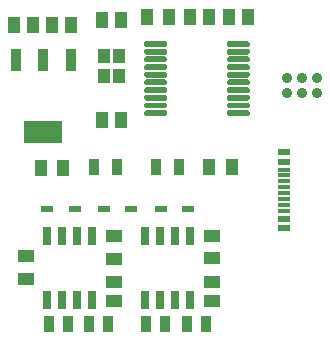
<source format=gbr>
%TF.GenerationSoftware,KiCad,Pcbnew,(5.1.12-1-g0a0a2da680)-1*%
%TF.CreationDate,2023-03-21T19:15:16+01:00*%
%TF.ProjectId,ThermoDeviceLogger,54686572-6d6f-4446-9576-6963654c6f67,rev?*%
%TF.SameCoordinates,Original*%
%TF.FileFunction,Paste,Top*%
%TF.FilePolarity,Positive*%
%FSLAX46Y46*%
G04 Gerber Fmt 4.6, Leading zero omitted, Abs format (unit mm)*
G04 Created by KiCad (PCBNEW (5.1.12-1-g0a0a2da680)-1) date 2023-03-21 19:15:16*
%MOMM*%
%LPD*%
G01*
G04 APERTURE LIST*
%ADD10R,1.100000X0.300000*%
%ADD11R,1.100000X0.600000*%
%ADD12R,1.020000X1.470000*%
%ADD13R,1.470000X1.020000*%
%ADD14R,1.075000X0.500000*%
%ADD15R,0.960000X1.390000*%
%ADD16R,3.200000X1.950000*%
%ADD17R,0.900000X1.950000*%
%ADD18R,0.650000X1.525000*%
%ADD19C,0.889000*%
%ADD20R,0.900000X1.400000*%
%ADD21R,1.000000X1.450000*%
%ADD22R,1.450000X1.000000*%
%ADD23R,1.000000X1.200000*%
G04 APERTURE END LIST*
D10*
%TO.C,USB-C*%
X117600000Y-70950000D03*
X117600000Y-69950000D03*
X117600000Y-68450000D03*
X117600000Y-67450000D03*
D11*
X117600000Y-66000000D03*
X117600000Y-66800000D03*
D10*
X117600000Y-67950000D03*
X117600000Y-68950000D03*
X117600000Y-69450000D03*
X117600000Y-70450000D03*
D11*
X117600000Y-71600000D03*
X117600000Y-72400000D03*
%TD*%
D12*
%TO.C,C1*%
X98000000Y-55250000D03*
X99600000Y-55250000D03*
%TD*%
%TO.C,C2*%
X96350000Y-55250000D03*
X94750000Y-55250000D03*
%TD*%
%TO.C,C3*%
X109700000Y-54500000D03*
X111300000Y-54500000D03*
%TD*%
%TO.C,C4*%
X114550000Y-54500000D03*
X112950000Y-54500000D03*
%TD*%
%TO.C,C5*%
X102200000Y-54750000D03*
X103800000Y-54750000D03*
%TD*%
%TO.C,C6*%
X103800000Y-63250000D03*
X102200000Y-63250000D03*
%TD*%
D13*
%TO.C,C7*%
X103250000Y-78600000D03*
X103250000Y-77000000D03*
%TD*%
%TO.C,C8*%
X111500000Y-78550000D03*
X111500000Y-76950000D03*
%TD*%
D14*
%TO.C,D1*%
X99912000Y-70750000D03*
X97588000Y-70750000D03*
%TD*%
%TO.C,D2*%
X109500000Y-70750000D03*
X107176000Y-70750000D03*
%TD*%
%TO.C,D3*%
X102382000Y-70750000D03*
X104706000Y-70750000D03*
%TD*%
D15*
%TO.C,FB1*%
X109380000Y-80500000D03*
X111000000Y-80500000D03*
%TD*%
%TO.C,FB2*%
X105940000Y-80500000D03*
X107560000Y-80500000D03*
%TD*%
D16*
%TO.C,IC1*%
X97250000Y-64300000D03*
D17*
X94950000Y-58200000D03*
X97250000Y-58200000D03*
X99550000Y-58200000D03*
%TD*%
D18*
%TO.C,IC2*%
X97595000Y-73038000D03*
X98865000Y-73038000D03*
X100135000Y-73038000D03*
X101405000Y-73038000D03*
X101405000Y-78462000D03*
X100135000Y-78462000D03*
X98865000Y-78462000D03*
X97595000Y-78462000D03*
%TD*%
%TO.C,IC3*%
X105845000Y-73038000D03*
X107115000Y-73038000D03*
X108385000Y-73038000D03*
X109655000Y-73038000D03*
X109655000Y-78462000D03*
X108385000Y-78462000D03*
X107115000Y-78462000D03*
X105845000Y-78462000D03*
%TD*%
D19*
%TO.C,ICSP*%
X117860000Y-60970000D03*
X117860000Y-59700000D03*
X119130000Y-60970000D03*
X119130000Y-59700000D03*
X120400000Y-60970000D03*
X120400000Y-59700000D03*
%TD*%
D20*
%TO.C,LED1*%
X101550000Y-67250000D03*
X103450000Y-67250000D03*
%TD*%
%TO.C,LED2*%
X108700000Y-67250000D03*
X106800000Y-67250000D03*
%TD*%
D15*
%TO.C,LFB1*%
X101130000Y-80500000D03*
X102750000Y-80500000D03*
%TD*%
%TO.C,LFB2*%
X97690000Y-80500000D03*
X99310000Y-80500000D03*
%TD*%
D21*
%TO.C,R1*%
X106000000Y-54500000D03*
X107900000Y-54500000D03*
%TD*%
%TO.C,R2*%
X97050000Y-67290000D03*
X98950000Y-67290000D03*
%TD*%
%TO.C,R3*%
X111300000Y-67250000D03*
X113200000Y-67250000D03*
%TD*%
D22*
%TO.C,R4*%
X111500000Y-73050000D03*
X111500000Y-74950000D03*
%TD*%
%TO.C,R5*%
X95750000Y-74800000D03*
X95750000Y-76700000D03*
%TD*%
%TO.C,R6*%
X103250000Y-73100000D03*
X103250000Y-75000000D03*
%TD*%
D23*
%TO.C,Y1*%
X103650000Y-57800000D03*
X103650000Y-59500000D03*
X102350000Y-59500000D03*
X102350000Y-57800000D03*
%TD*%
%TO.C,U1*%
G36*
G01*
X112800000Y-56950000D02*
X112800000Y-56700000D01*
G75*
G02*
X112925000Y-56575000I125000J0D01*
G01*
X114575000Y-56575000D01*
G75*
G02*
X114700000Y-56700000I0J-125000D01*
G01*
X114700000Y-56950000D01*
G75*
G02*
X114575000Y-57075000I-125000J0D01*
G01*
X112925000Y-57075000D01*
G75*
G02*
X112800000Y-56950000I0J125000D01*
G01*
G37*
G36*
G01*
X112800000Y-57600000D02*
X112800000Y-57350000D01*
G75*
G02*
X112925000Y-57225000I125000J0D01*
G01*
X114575000Y-57225000D01*
G75*
G02*
X114700000Y-57350000I0J-125000D01*
G01*
X114700000Y-57600000D01*
G75*
G02*
X114575000Y-57725000I-125000J0D01*
G01*
X112925000Y-57725000D01*
G75*
G02*
X112800000Y-57600000I0J125000D01*
G01*
G37*
G36*
G01*
X112800000Y-58250000D02*
X112800000Y-58000000D01*
G75*
G02*
X112925000Y-57875000I125000J0D01*
G01*
X114575000Y-57875000D01*
G75*
G02*
X114700000Y-58000000I0J-125000D01*
G01*
X114700000Y-58250000D01*
G75*
G02*
X114575000Y-58375000I-125000J0D01*
G01*
X112925000Y-58375000D01*
G75*
G02*
X112800000Y-58250000I0J125000D01*
G01*
G37*
G36*
G01*
X112800000Y-58900000D02*
X112800000Y-58650000D01*
G75*
G02*
X112925000Y-58525000I125000J0D01*
G01*
X114575000Y-58525000D01*
G75*
G02*
X114700000Y-58650000I0J-125000D01*
G01*
X114700000Y-58900000D01*
G75*
G02*
X114575000Y-59025000I-125000J0D01*
G01*
X112925000Y-59025000D01*
G75*
G02*
X112800000Y-58900000I0J125000D01*
G01*
G37*
G36*
G01*
X112800000Y-59550000D02*
X112800000Y-59300000D01*
G75*
G02*
X112925000Y-59175000I125000J0D01*
G01*
X114575000Y-59175000D01*
G75*
G02*
X114700000Y-59300000I0J-125000D01*
G01*
X114700000Y-59550000D01*
G75*
G02*
X114575000Y-59675000I-125000J0D01*
G01*
X112925000Y-59675000D01*
G75*
G02*
X112800000Y-59550000I0J125000D01*
G01*
G37*
G36*
G01*
X112800000Y-60200000D02*
X112800000Y-59950000D01*
G75*
G02*
X112925000Y-59825000I125000J0D01*
G01*
X114575000Y-59825000D01*
G75*
G02*
X114700000Y-59950000I0J-125000D01*
G01*
X114700000Y-60200000D01*
G75*
G02*
X114575000Y-60325000I-125000J0D01*
G01*
X112925000Y-60325000D01*
G75*
G02*
X112800000Y-60200000I0J125000D01*
G01*
G37*
G36*
G01*
X112800000Y-60850000D02*
X112800000Y-60600000D01*
G75*
G02*
X112925000Y-60475000I125000J0D01*
G01*
X114575000Y-60475000D01*
G75*
G02*
X114700000Y-60600000I0J-125000D01*
G01*
X114700000Y-60850000D01*
G75*
G02*
X114575000Y-60975000I-125000J0D01*
G01*
X112925000Y-60975000D01*
G75*
G02*
X112800000Y-60850000I0J125000D01*
G01*
G37*
G36*
G01*
X112800000Y-61500000D02*
X112800000Y-61250000D01*
G75*
G02*
X112925000Y-61125000I125000J0D01*
G01*
X114575000Y-61125000D01*
G75*
G02*
X114700000Y-61250000I0J-125000D01*
G01*
X114700000Y-61500000D01*
G75*
G02*
X114575000Y-61625000I-125000J0D01*
G01*
X112925000Y-61625000D01*
G75*
G02*
X112800000Y-61500000I0J125000D01*
G01*
G37*
G36*
G01*
X112800000Y-62150000D02*
X112800000Y-61900000D01*
G75*
G02*
X112925000Y-61775000I125000J0D01*
G01*
X114575000Y-61775000D01*
G75*
G02*
X114700000Y-61900000I0J-125000D01*
G01*
X114700000Y-62150000D01*
G75*
G02*
X114575000Y-62275000I-125000J0D01*
G01*
X112925000Y-62275000D01*
G75*
G02*
X112800000Y-62150000I0J125000D01*
G01*
G37*
G36*
G01*
X112800000Y-62800000D02*
X112800000Y-62550000D01*
G75*
G02*
X112925000Y-62425000I125000J0D01*
G01*
X114575000Y-62425000D01*
G75*
G02*
X114700000Y-62550000I0J-125000D01*
G01*
X114700000Y-62800000D01*
G75*
G02*
X114575000Y-62925000I-125000J0D01*
G01*
X112925000Y-62925000D01*
G75*
G02*
X112800000Y-62800000I0J125000D01*
G01*
G37*
G36*
G01*
X105800000Y-62800000D02*
X105800000Y-62550000D01*
G75*
G02*
X105925000Y-62425000I125000J0D01*
G01*
X107575000Y-62425000D01*
G75*
G02*
X107700000Y-62550000I0J-125000D01*
G01*
X107700000Y-62800000D01*
G75*
G02*
X107575000Y-62925000I-125000J0D01*
G01*
X105925000Y-62925000D01*
G75*
G02*
X105800000Y-62800000I0J125000D01*
G01*
G37*
G36*
G01*
X105800000Y-62150000D02*
X105800000Y-61900000D01*
G75*
G02*
X105925000Y-61775000I125000J0D01*
G01*
X107575000Y-61775000D01*
G75*
G02*
X107700000Y-61900000I0J-125000D01*
G01*
X107700000Y-62150000D01*
G75*
G02*
X107575000Y-62275000I-125000J0D01*
G01*
X105925000Y-62275000D01*
G75*
G02*
X105800000Y-62150000I0J125000D01*
G01*
G37*
G36*
G01*
X105800000Y-61500000D02*
X105800000Y-61250000D01*
G75*
G02*
X105925000Y-61125000I125000J0D01*
G01*
X107575000Y-61125000D01*
G75*
G02*
X107700000Y-61250000I0J-125000D01*
G01*
X107700000Y-61500000D01*
G75*
G02*
X107575000Y-61625000I-125000J0D01*
G01*
X105925000Y-61625000D01*
G75*
G02*
X105800000Y-61500000I0J125000D01*
G01*
G37*
G36*
G01*
X105800000Y-60850000D02*
X105800000Y-60600000D01*
G75*
G02*
X105925000Y-60475000I125000J0D01*
G01*
X107575000Y-60475000D01*
G75*
G02*
X107700000Y-60600000I0J-125000D01*
G01*
X107700000Y-60850000D01*
G75*
G02*
X107575000Y-60975000I-125000J0D01*
G01*
X105925000Y-60975000D01*
G75*
G02*
X105800000Y-60850000I0J125000D01*
G01*
G37*
G36*
G01*
X105800000Y-60200000D02*
X105800000Y-59950000D01*
G75*
G02*
X105925000Y-59825000I125000J0D01*
G01*
X107575000Y-59825000D01*
G75*
G02*
X107700000Y-59950000I0J-125000D01*
G01*
X107700000Y-60200000D01*
G75*
G02*
X107575000Y-60325000I-125000J0D01*
G01*
X105925000Y-60325000D01*
G75*
G02*
X105800000Y-60200000I0J125000D01*
G01*
G37*
G36*
G01*
X105800000Y-59550000D02*
X105800000Y-59300000D01*
G75*
G02*
X105925000Y-59175000I125000J0D01*
G01*
X107575000Y-59175000D01*
G75*
G02*
X107700000Y-59300000I0J-125000D01*
G01*
X107700000Y-59550000D01*
G75*
G02*
X107575000Y-59675000I-125000J0D01*
G01*
X105925000Y-59675000D01*
G75*
G02*
X105800000Y-59550000I0J125000D01*
G01*
G37*
G36*
G01*
X105800000Y-58900000D02*
X105800000Y-58650000D01*
G75*
G02*
X105925000Y-58525000I125000J0D01*
G01*
X107575000Y-58525000D01*
G75*
G02*
X107700000Y-58650000I0J-125000D01*
G01*
X107700000Y-58900000D01*
G75*
G02*
X107575000Y-59025000I-125000J0D01*
G01*
X105925000Y-59025000D01*
G75*
G02*
X105800000Y-58900000I0J125000D01*
G01*
G37*
G36*
G01*
X105800000Y-58250000D02*
X105800000Y-58000000D01*
G75*
G02*
X105925000Y-57875000I125000J0D01*
G01*
X107575000Y-57875000D01*
G75*
G02*
X107700000Y-58000000I0J-125000D01*
G01*
X107700000Y-58250000D01*
G75*
G02*
X107575000Y-58375000I-125000J0D01*
G01*
X105925000Y-58375000D01*
G75*
G02*
X105800000Y-58250000I0J125000D01*
G01*
G37*
G36*
G01*
X105800000Y-57600000D02*
X105800000Y-57350000D01*
G75*
G02*
X105925000Y-57225000I125000J0D01*
G01*
X107575000Y-57225000D01*
G75*
G02*
X107700000Y-57350000I0J-125000D01*
G01*
X107700000Y-57600000D01*
G75*
G02*
X107575000Y-57725000I-125000J0D01*
G01*
X105925000Y-57725000D01*
G75*
G02*
X105800000Y-57600000I0J125000D01*
G01*
G37*
G36*
G01*
X105800000Y-56950000D02*
X105800000Y-56700000D01*
G75*
G02*
X105925000Y-56575000I125000J0D01*
G01*
X107575000Y-56575000D01*
G75*
G02*
X107700000Y-56700000I0J-125000D01*
G01*
X107700000Y-56950000D01*
G75*
G02*
X107575000Y-57075000I-125000J0D01*
G01*
X105925000Y-57075000D01*
G75*
G02*
X105800000Y-56950000I0J125000D01*
G01*
G37*
%TD*%
M02*

</source>
